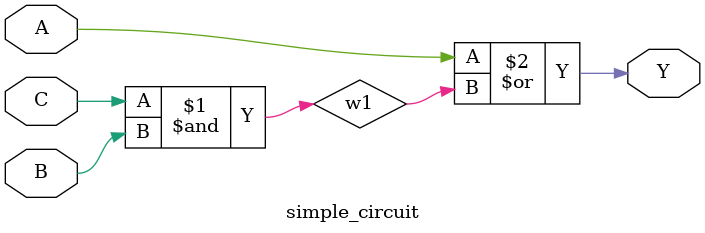
<source format=v>
module simple_circuit(A,B,C,Y);
input A,B,C;
output Y;
wire w1;
assign w1= C&B;
assign Y=A|w1;
endmodule

</source>
